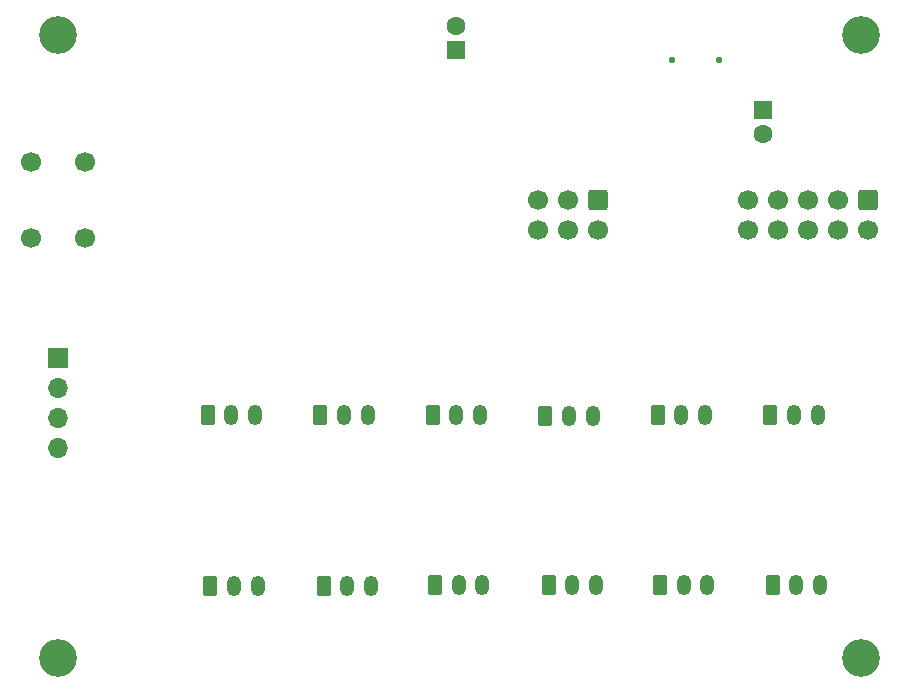
<source format=gbs>
%TF.GenerationSoftware,KiCad,Pcbnew,(6.0.0)*%
%TF.CreationDate,2022-03-13T20:46:10-04:00*%
%TF.ProjectId,simple_button_breakout,73696d70-6c65-45f6-9275-74746f6e5f62,rev?*%
%TF.SameCoordinates,Original*%
%TF.FileFunction,Soldermask,Bot*%
%TF.FilePolarity,Negative*%
%FSLAX46Y46*%
G04 Gerber Fmt 4.6, Leading zero omitted, Abs format (unit mm)*
G04 Created by KiCad (PCBNEW (6.0.0)) date 2022-03-13 20:46:10*
%MOMM*%
%LPD*%
G01*
G04 APERTURE LIST*
G04 Aperture macros list*
%AMRoundRect*
0 Rectangle with rounded corners*
0 $1 Rounding radius*
0 $2 $3 $4 $5 $6 $7 $8 $9 X,Y pos of 4 corners*
0 Add a 4 corners polygon primitive as box body*
4,1,4,$2,$3,$4,$5,$6,$7,$8,$9,$2,$3,0*
0 Add four circle primitives for the rounded corners*
1,1,$1+$1,$2,$3*
1,1,$1+$1,$4,$5*
1,1,$1+$1,$6,$7*
1,1,$1+$1,$8,$9*
0 Add four rect primitives between the rounded corners*
20,1,$1+$1,$2,$3,$4,$5,0*
20,1,$1+$1,$4,$5,$6,$7,0*
20,1,$1+$1,$6,$7,$8,$9,0*
20,1,$1+$1,$8,$9,$2,$3,0*%
G04 Aperture macros list end*
%ADD10C,3.200000*%
%ADD11R,1.600000X1.600000*%
%ADD12C,1.600000*%
%ADD13RoundRect,0.250000X-0.350000X-0.625000X0.350000X-0.625000X0.350000X0.625000X-0.350000X0.625000X0*%
%ADD14O,1.200000X1.750000*%
%ADD15C,1.700000*%
%ADD16R,1.700000X1.700000*%
%ADD17O,1.700000X1.700000*%
%ADD18RoundRect,0.250000X-0.600000X0.600000X-0.600000X-0.600000X0.600000X-0.600000X0.600000X0.600000X0*%
%ADD19C,0.550000*%
G04 APERTURE END LIST*
D10*
%TO.C,REF\u002A\u002A*%
X2540000Y0D03*
%TD*%
D11*
%TO.C,C4*%
X62230000Y-6350000D03*
D12*
X62230000Y-8350000D03*
%TD*%
D13*
%TO.C,J6*%
X34264000Y-32173000D03*
D14*
X36264000Y-32173000D03*
X38264000Y-32173000D03*
%TD*%
D15*
%TO.C,SW1*%
X290000Y-17220000D03*
X290000Y-10720000D03*
X4790000Y-17220000D03*
X4790000Y-10720000D03*
%TD*%
D16*
%TO.C,J2*%
X2540000Y-27305000D03*
D17*
X2540000Y-29845000D03*
X2540000Y-32385000D03*
X2540000Y-34925000D03*
%TD*%
D13*
%TO.C,J13*%
X44089000Y-46552000D03*
D14*
X46089000Y-46552000D03*
X48089000Y-46552000D03*
%TD*%
D13*
%TO.C,J4*%
X15214000Y-32173000D03*
D14*
X17214000Y-32173000D03*
X19214000Y-32173000D03*
%TD*%
D13*
%TO.C,J8*%
X53314000Y-32173000D03*
D14*
X55314000Y-32173000D03*
X57314000Y-32173000D03*
%TD*%
D13*
%TO.C,J10*%
X15443000Y-46653000D03*
D14*
X17443000Y-46653000D03*
X19443000Y-46653000D03*
%TD*%
D11*
%TO.C,C5*%
X36195000Y-1270000D03*
D12*
X36195000Y730000D03*
%TD*%
D13*
%TO.C,J15*%
X63044000Y-46552000D03*
D14*
X65044000Y-46552000D03*
X67044000Y-46552000D03*
%TD*%
D10*
%TO.C,REF\u002A\u002A*%
X70485000Y0D03*
%TD*%
D13*
%TO.C,J14*%
X53519000Y-46552000D03*
D14*
X55519000Y-46552000D03*
X57519000Y-46552000D03*
%TD*%
D10*
%TO.C,REF\u002A\u002A*%
X70485000Y-52705000D03*
%TD*%
D13*
%TO.C,J5*%
X24739000Y-32173000D03*
D14*
X26739000Y-32173000D03*
X28739000Y-32173000D03*
%TD*%
D13*
%TO.C,J11*%
X25039000Y-46637000D03*
D14*
X27039000Y-46637000D03*
X29039000Y-46637000D03*
%TD*%
D18*
%TO.C,J3*%
X48260000Y-13970000D03*
D15*
X48260000Y-16510000D03*
X45720000Y-13970000D03*
X45720000Y-16510000D03*
X43180000Y-13970000D03*
X43180000Y-16510000D03*
%TD*%
D18*
%TO.C,J1*%
X71120000Y-13970000D03*
D15*
X71120000Y-16510000D03*
X68580000Y-13970000D03*
X68580000Y-16510000D03*
X66040000Y-13970000D03*
X66040000Y-16510000D03*
X63500000Y-13970000D03*
X63500000Y-16510000D03*
X60960000Y-13970000D03*
X60960000Y-16510000D03*
%TD*%
D10*
%TO.C,REF\u002A\u002A*%
X2540000Y-52705000D03*
%TD*%
D13*
%TO.C,J7*%
X43789000Y-32258000D03*
D14*
X45789000Y-32258000D03*
X47789000Y-32258000D03*
%TD*%
D13*
%TO.C,J12*%
X34469000Y-46552000D03*
D14*
X36469000Y-46552000D03*
X38469000Y-46552000D03*
%TD*%
D13*
%TO.C,J9*%
X62839000Y-32173000D03*
D14*
X64839000Y-32173000D03*
X66839000Y-32173000D03*
%TD*%
D19*
%TO.C,J16*%
X54515000Y-2115000D03*
X58515000Y-2115000D03*
%TD*%
M02*

</source>
